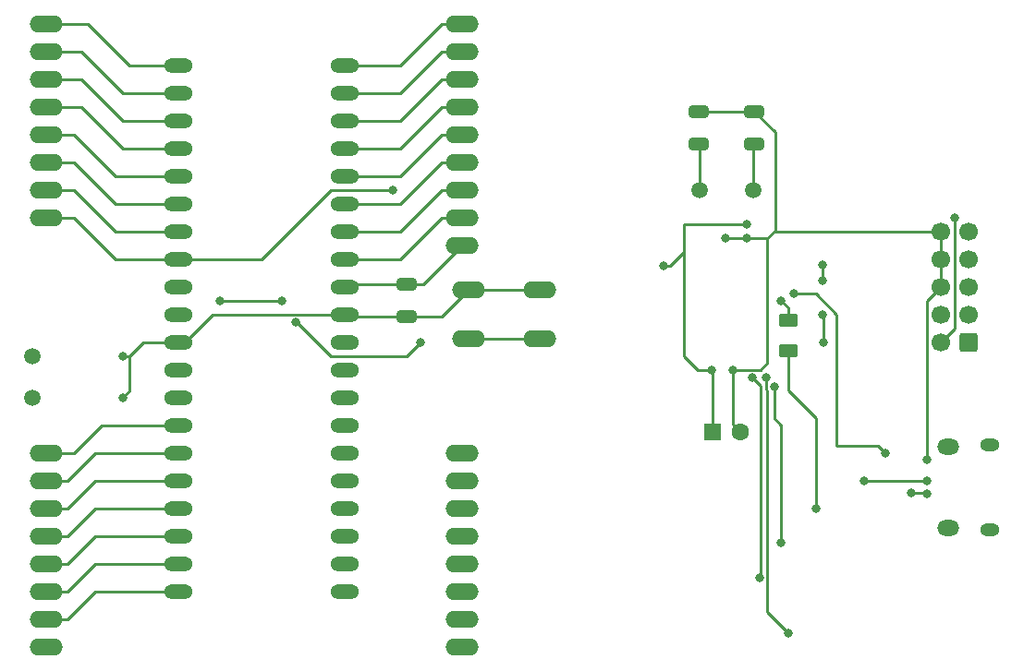
<source format=gbr>
G04 #@! TF.GenerationSoftware,KiCad,Pcbnew,8.0.1*
G04 #@! TF.CreationDate,2024-04-28T19:56:16+02:00*
G04 #@! TF.ProjectId,Atmega16-32 Development Board,41746d65-6761-4313-962d-333220446576,V1.0*
G04 #@! TF.SameCoordinates,PX1e47770PY791ddc0*
G04 #@! TF.FileFunction,Copper,L2,Bot*
G04 #@! TF.FilePolarity,Positive*
%FSLAX46Y46*%
G04 Gerber Fmt 4.6, Leading zero omitted, Abs format (unit mm)*
G04 Created by KiCad (PCBNEW 8.0.1) date 2024-04-28 19:56:16*
%MOMM*%
%LPD*%
G01*
G04 APERTURE LIST*
G04 Aperture macros list*
%AMRoundRect*
0 Rectangle with rounded corners*
0 $1 Rounding radius*
0 $2 $3 $4 $5 $6 $7 $8 $9 X,Y pos of 4 corners*
0 Add a 4 corners polygon primitive as box body*
4,1,4,$2,$3,$4,$5,$6,$7,$8,$9,$2,$3,0*
0 Add four circle primitives for the rounded corners*
1,1,$1+$1,$2,$3*
1,1,$1+$1,$4,$5*
1,1,$1+$1,$6,$7*
1,1,$1+$1,$8,$9*
0 Add four rect primitives between the rounded corners*
20,1,$1+$1,$2,$3,$4,$5,0*
20,1,$1+$1,$4,$5,$6,$7,0*
20,1,$1+$1,$6,$7,$8,$9,0*
20,1,$1+$1,$8,$9,$2,$3,0*%
G04 Aperture macros list end*
G04 #@! TA.AperFunction,ComponentPad*
%ADD10O,1.800000X1.150000*%
G04 #@! TD*
G04 #@! TA.AperFunction,ComponentPad*
%ADD11O,2.000000X1.450000*%
G04 #@! TD*
G04 #@! TA.AperFunction,ComponentPad*
%ADD12O,3.048000X1.524000*%
G04 #@! TD*
G04 #@! TA.AperFunction,ComponentPad*
%ADD13R,1.600000X1.600000*%
G04 #@! TD*
G04 #@! TA.AperFunction,ComponentPad*
%ADD14C,1.600000*%
G04 #@! TD*
G04 #@! TA.AperFunction,ComponentPad*
%ADD15RoundRect,0.250000X0.600000X0.600000X-0.600000X0.600000X-0.600000X-0.600000X0.600000X-0.600000X0*%
G04 #@! TD*
G04 #@! TA.AperFunction,ComponentPad*
%ADD16C,1.700000*%
G04 #@! TD*
G04 #@! TA.AperFunction,ComponentPad*
%ADD17C,1.500000*%
G04 #@! TD*
G04 #@! TA.AperFunction,ComponentPad*
%ADD18O,2.641600X1.320800*%
G04 #@! TD*
G04 #@! TA.AperFunction,SMDPad,CuDef*
%ADD19RoundRect,0.250000X0.650000X-0.325000X0.650000X0.325000X-0.650000X0.325000X-0.650000X-0.325000X0*%
G04 #@! TD*
G04 #@! TA.AperFunction,SMDPad,CuDef*
%ADD20RoundRect,0.250000X-0.650000X0.325000X-0.650000X-0.325000X0.650000X-0.325000X0.650000X0.325000X0*%
G04 #@! TD*
G04 #@! TA.AperFunction,SMDPad,CuDef*
%ADD21RoundRect,0.250000X-0.625000X0.375000X-0.625000X-0.375000X0.625000X-0.375000X0.625000X0.375000X0*%
G04 #@! TD*
G04 #@! TA.AperFunction,ViaPad*
%ADD22C,0.800000*%
G04 #@! TD*
G04 #@! TA.AperFunction,Conductor*
%ADD23C,0.250000*%
G04 #@! TD*
G04 APERTURE END LIST*
D10*
X105454651Y18349651D03*
D11*
X101654651Y18499651D03*
X101654651Y25949651D03*
D10*
X105454651Y26099651D03*
D12*
X64211200Y35839400D03*
X57708800Y35839400D03*
X64211200Y40360600D03*
X57708800Y40360600D03*
D13*
X80074538Y27304651D03*
D14*
X82574538Y27304651D03*
D12*
X19050000Y64770000D03*
X19050000Y62230000D03*
X19050000Y59690000D03*
X19050000Y57150000D03*
X19050000Y54610000D03*
X19050000Y52070000D03*
X19050000Y49530000D03*
X19050000Y46990000D03*
X57150000Y44450000D03*
X57150000Y46990000D03*
X57150000Y49530000D03*
X57150000Y52070000D03*
X57150000Y54610000D03*
X57150000Y57150000D03*
X57150000Y59690000D03*
X57150000Y62230000D03*
X57150000Y64770000D03*
D15*
X103504651Y35559651D03*
D16*
X100964651Y35559651D03*
X103504651Y38099651D03*
X100964651Y38099651D03*
X103504651Y40639651D03*
X100964651Y40639651D03*
X103504651Y43179651D03*
X100964651Y43179651D03*
X103504651Y45719651D03*
X100964651Y45719651D03*
D17*
X78919651Y49529651D03*
X83819651Y49529651D03*
D12*
X57150000Y7620000D03*
X57150000Y10160000D03*
X57150000Y12700000D03*
X57150000Y15240000D03*
X57150000Y17780000D03*
X57150000Y20320000D03*
X57150000Y22860000D03*
X57150000Y25400000D03*
X19050000Y25400000D03*
X19050000Y22860000D03*
X19050000Y20320000D03*
X19050000Y17780000D03*
X19050000Y15240000D03*
X19050000Y12700000D03*
X19050000Y10160000D03*
X19050000Y7620000D03*
D17*
X17780000Y30485000D03*
X17780000Y34285000D03*
D18*
X31115000Y60960000D03*
X31115000Y58420000D03*
X31115000Y55880000D03*
X31115000Y53340000D03*
X31115000Y50800000D03*
X31115000Y48260000D03*
X31115000Y45720000D03*
X31115000Y43180000D03*
X31115000Y40640000D03*
X31115000Y38100000D03*
X31115000Y35560000D03*
X31115000Y33020000D03*
X31115000Y30480000D03*
X31115000Y27940000D03*
X31115000Y25400000D03*
X31115000Y22860000D03*
X31115000Y20320000D03*
X31115000Y17780000D03*
X31115000Y15240000D03*
X31115000Y12700000D03*
X46355000Y12700000D03*
X46355000Y15240000D03*
X46355000Y17780000D03*
X46355000Y20320000D03*
X46355000Y22860000D03*
X46355000Y25400000D03*
X46355000Y27940000D03*
X46355000Y30480000D03*
X46355000Y33020000D03*
X46355000Y35560000D03*
X46355000Y38100000D03*
X46355000Y40640000D03*
X46355000Y43180000D03*
X46355000Y45720000D03*
X46355000Y48260000D03*
X46355000Y50800000D03*
X46355000Y53340000D03*
X46355000Y55880000D03*
X46355000Y58420000D03*
X46355000Y60960000D03*
D19*
X83909651Y53769651D03*
X83909651Y56719651D03*
D20*
X52070000Y40845000D03*
X52070000Y37895000D03*
D19*
X78829651Y53769651D03*
X78829651Y56719651D03*
D21*
X86994651Y37594651D03*
X86994651Y34794651D03*
D22*
X50800000Y49530000D03*
X83184651Y45084651D03*
X26035000Y34290000D03*
X99694651Y24764651D03*
X81254651Y45084651D03*
X26035000Y30480000D03*
X81914651Y33019651D03*
X90169651Y41184651D03*
X90169651Y42634651D03*
X83184651Y46354651D03*
X80009651Y33019651D03*
X34925000Y39370000D03*
X102234651Y46989651D03*
X40640000Y39370000D03*
X75565000Y42545000D03*
X53340000Y35560000D03*
X41910000Y37375000D03*
X90259651Y35559651D03*
X90169651Y38099651D03*
X83730000Y32294651D03*
X84365000Y13970000D03*
X86995000Y8890000D03*
X85000000Y32319651D03*
X99694651Y22859651D03*
X93979651Y22859651D03*
X89534651Y20319651D03*
X98244651Y21769651D03*
X99694651Y21649651D03*
X86359651Y17144651D03*
X85725000Y31499651D03*
X86359651Y39369651D03*
X95884651Y25399651D03*
X87539651Y40004651D03*
D23*
X22225000Y57150000D02*
X26035000Y53340000D01*
X26035000Y53340000D02*
X31115000Y53340000D01*
X19050000Y57150000D02*
X22225000Y57150000D01*
X57150000Y54610000D02*
X55245000Y54610000D01*
X51435000Y50800000D02*
X46355000Y50800000D01*
X55245000Y54610000D02*
X51435000Y50800000D01*
X57150000Y64770000D02*
X55245000Y64770000D01*
X55245000Y64770000D02*
X51435000Y60960000D01*
X51435000Y60960000D02*
X46355000Y60960000D01*
X22225000Y59690000D02*
X26035000Y55880000D01*
X19050000Y59690000D02*
X22225000Y59690000D01*
X26035000Y55880000D02*
X31115000Y55880000D01*
X55245000Y59690000D02*
X51435000Y55880000D01*
X57150000Y59690000D02*
X55245000Y59690000D01*
X51435000Y55880000D02*
X46355000Y55880000D01*
X21590000Y46990000D02*
X25400000Y43180000D01*
X45085000Y49530000D02*
X38735000Y43180000D01*
X25400000Y43180000D02*
X31115000Y43180000D01*
X38735000Y43180000D02*
X31115000Y43180000D01*
X50800000Y49530000D02*
X45085000Y49530000D01*
X19050000Y46990000D02*
X21590000Y46990000D01*
X21590000Y54610000D02*
X25400000Y50800000D01*
X19050000Y54610000D02*
X21590000Y54610000D01*
X25400000Y50800000D02*
X31115000Y50800000D01*
X57150000Y57150000D02*
X55245000Y57150000D01*
X51435000Y53340000D02*
X46355000Y53340000D01*
X55245000Y57150000D02*
X51435000Y53340000D01*
X26670000Y31115000D02*
X26670000Y34290000D01*
X83184651Y45084651D02*
X85089651Y45084651D01*
X46560000Y37895000D02*
X46355000Y38100000D01*
X85814651Y54814651D02*
X83909651Y56719651D01*
X81914651Y27964538D02*
X82574538Y27304651D01*
X85724651Y45719651D02*
X100964651Y45719651D01*
X84454651Y33019651D02*
X81914651Y33019651D01*
X26035000Y30480000D02*
X26670000Y31115000D01*
X83119538Y27849651D02*
X82574538Y27304651D01*
X81254651Y45084651D02*
X83184651Y45084651D01*
X64211200Y40360600D02*
X57708800Y40360600D01*
X99694651Y24764651D02*
X99694651Y39369651D01*
X52070000Y37895000D02*
X46560000Y37895000D01*
X85814651Y54814651D02*
X85814651Y45809651D01*
X26670000Y34290000D02*
X27940000Y35560000D01*
X85814651Y45809651D02*
X85724651Y45719651D01*
X46355000Y38100000D02*
X34290000Y38100000D01*
X85089651Y33654651D02*
X85089651Y45084651D01*
X78829651Y56719651D02*
X83909651Y56719651D01*
X84454651Y33019651D02*
X85089651Y33654651D01*
X31750000Y35560000D02*
X34290000Y38100000D01*
X27940000Y35560000D02*
X31115000Y35560000D01*
X99694651Y39369651D02*
X100964651Y40639651D01*
X52070000Y37895000D02*
X55243200Y37895000D01*
X55243200Y37895000D02*
X57708800Y40360600D01*
X26035000Y34290000D02*
X26670000Y34290000D01*
X100964651Y43179651D02*
X100964651Y40639651D01*
X100964651Y45719651D02*
X100964651Y43179651D01*
X81914651Y33019651D02*
X81914651Y27964538D01*
X85089651Y45084651D02*
X85724651Y45719651D01*
X31115000Y35560000D02*
X31750000Y35560000D01*
X19050000Y12700000D02*
X20955000Y12700000D01*
X23495000Y15240000D02*
X31115000Y15240000D01*
X20955000Y12700000D02*
X23495000Y15240000D01*
X23495000Y25400000D02*
X31115000Y25400000D01*
X20955000Y22860000D02*
X23495000Y25400000D01*
X19050000Y22860000D02*
X20955000Y22860000D01*
X20955000Y20320000D02*
X23495000Y22860000D01*
X23495000Y22860000D02*
X31115000Y22860000D01*
X19050000Y20320000D02*
X20955000Y20320000D01*
X55245000Y46990000D02*
X51435000Y43180000D01*
X51435000Y43180000D02*
X46355000Y43180000D01*
X57150000Y46990000D02*
X55245000Y46990000D01*
X21590000Y25400000D02*
X24130000Y27940000D01*
X24130000Y27940000D02*
X31115000Y27940000D01*
X19050000Y25400000D02*
X21590000Y25400000D01*
X23495000Y20320000D02*
X31115000Y20320000D01*
X19050000Y17780000D02*
X20955000Y17780000D01*
X20955000Y17780000D02*
X23495000Y20320000D01*
X19050000Y62230000D02*
X22225000Y62230000D01*
X22225000Y62230000D02*
X26035000Y58420000D01*
X26035000Y58420000D02*
X31115000Y58420000D01*
X25400000Y48260000D02*
X31115000Y48260000D01*
X19050000Y52070000D02*
X21590000Y52070000D01*
X21590000Y52070000D02*
X25400000Y48260000D01*
X90169651Y41184651D02*
X90169651Y42634651D01*
X19050000Y49530000D02*
X21590000Y49530000D01*
X25400000Y45720000D02*
X31115000Y45720000D01*
X21590000Y49530000D02*
X25400000Y45720000D01*
X20955000Y10160000D02*
X23495000Y12700000D01*
X19050000Y10160000D02*
X20955000Y10160000D01*
X23495000Y12700000D02*
X31115000Y12700000D01*
X55245000Y52070000D02*
X51435000Y48260000D01*
X51435000Y48260000D02*
X46355000Y48260000D01*
X57150000Y52070000D02*
X55245000Y52070000D01*
X80009651Y46354651D02*
X83184651Y46354651D01*
X77470000Y43815000D02*
X77470000Y46355000D01*
X40640000Y39370000D02*
X34925000Y39370000D01*
X77469651Y34289651D02*
X77469651Y43814651D01*
X80009302Y46355000D02*
X80009651Y46354651D01*
X80009651Y33019651D02*
X78739651Y33019651D01*
X80074538Y27304651D02*
X80074538Y32954764D01*
X75565000Y42545000D02*
X76200000Y42545000D01*
X76200000Y42545000D02*
X77470000Y43815000D01*
X78739651Y33019651D02*
X77469651Y34289651D01*
X80074538Y32954764D02*
X80009651Y33019651D01*
X102234651Y36829651D02*
X100964651Y35559651D01*
X77469651Y43814651D02*
X77470000Y43815000D01*
X77470000Y46355000D02*
X80009302Y46355000D01*
X102234651Y46989651D02*
X102234651Y36829651D01*
X46560000Y40845000D02*
X46355000Y40640000D01*
X53545000Y40845000D02*
X57150000Y44450000D01*
X52070000Y40845000D02*
X46560000Y40845000D01*
X52070000Y40845000D02*
X53545000Y40845000D01*
X26670000Y60960000D02*
X31115000Y60960000D01*
X19050000Y64770000D02*
X22860000Y64770000D01*
X22860000Y64770000D02*
X26670000Y60960000D01*
X23495000Y17780000D02*
X31115000Y17780000D01*
X20955000Y15240000D02*
X23495000Y17780000D01*
X19050000Y15240000D02*
X20955000Y15240000D01*
X51435000Y45720000D02*
X46355000Y45720000D01*
X55245000Y49530000D02*
X51435000Y45720000D01*
X57150000Y49530000D02*
X55245000Y49530000D01*
X51435000Y58420000D02*
X46355000Y58420000D01*
X57150000Y62230000D02*
X55245000Y62230000D01*
X55245000Y62230000D02*
X51435000Y58420000D01*
X90259651Y35559651D02*
X90259651Y38009651D01*
X90259651Y38009651D02*
X90169651Y38099651D01*
X45085000Y34290000D02*
X41910000Y37465000D01*
X53340000Y35560000D02*
X52070000Y34290000D01*
X41910000Y37465000D02*
X41910000Y37375000D01*
X64211200Y35839400D02*
X57708800Y35839400D01*
X52070000Y34290000D02*
X45085000Y34290000D01*
X78919651Y49529651D02*
X78919651Y53679651D01*
X83819651Y49529651D02*
X83819651Y53679651D01*
X84455000Y13970000D02*
X84365000Y13970000D01*
X83730000Y32294651D02*
X84455000Y31569651D01*
X84455000Y31569651D02*
X84455000Y13970000D01*
X85090000Y31109346D02*
X85090000Y10795000D01*
X85090000Y10795000D02*
X86995000Y8890000D01*
X85000000Y32319651D02*
X85000000Y31199346D01*
X85000000Y31199346D02*
X85090000Y31109346D01*
X99694651Y22859651D02*
X93979651Y22859651D01*
X99694651Y21589651D02*
X99694651Y21649651D01*
X99514651Y21769651D02*
X99694651Y21589651D01*
X86994651Y34794651D02*
X86994651Y31114651D01*
X98244651Y21769651D02*
X99514651Y21769651D01*
X86994651Y31114651D02*
X89534651Y28574651D01*
X89534651Y28574651D02*
X89534651Y20319651D01*
X85725000Y31499651D02*
X85725000Y28575000D01*
X85725000Y28575000D02*
X86360000Y27940000D01*
X86360000Y17145000D02*
X86359651Y17144651D01*
X86360000Y27940000D02*
X86360000Y17145000D01*
X86994651Y38734651D02*
X86994651Y37594651D01*
X86359651Y39369651D02*
X86994651Y38734651D01*
X95249651Y26034651D02*
X95884651Y25399651D01*
X87539651Y40004651D02*
X89534651Y40004651D01*
X91439651Y26034651D02*
X95249651Y26034651D01*
X89534651Y40004651D02*
X91439651Y38099651D01*
X91439651Y38099651D02*
X91439651Y26034651D01*
M02*

</source>
